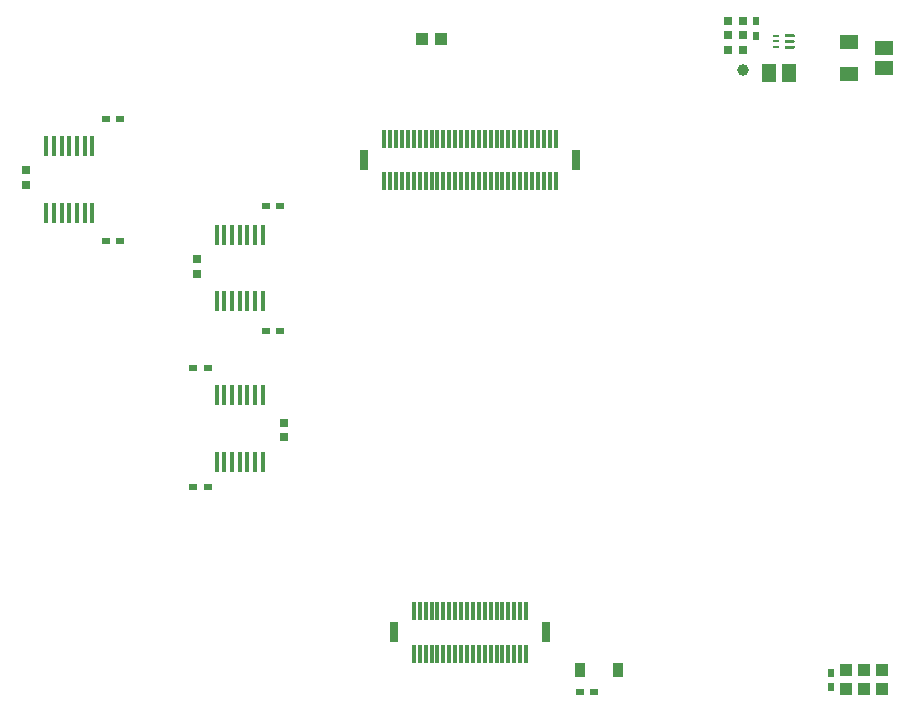
<source format=gbr>
G04 Layer_Color=128*
%FSLAX45Y45*%
%MOMM*%
%TF.FileFunction,Paste,Bot*%
%TF.Part,Single*%
G01*
G75*
%TA.AperFunction,SMDPad,CuDef*%
%ADD13R,0.80000X0.60000*%
%ADD14C,1.00000*%
%ADD22R,0.35560X1.67640*%
%ADD23R,0.95000X1.22000*%
%ADD24R,0.70000X0.80000*%
%ADD25R,1.50000X1.20000*%
%ADD27R,0.60000X0.25000*%
%ADD28R,0.30000X1.60000*%
%ADD29R,0.80000X1.80000*%
%ADD30R,1.30000X1.50000*%
%ADD31R,1.00000X1.00000*%
%ADD32R,0.60000X0.80000*%
%TA.AperFunction,ConnectorPad*%
%ADD33R,0.80000X0.60000*%
%TA.AperFunction,SMDPad,CuDef*%
%ADD34R,1.00000X1.00000*%
%ADD35R,0.80000X0.70000*%
%ADD36R,1.50000X1.30000*%
G36*
X3324795Y4912204D02*
X3325733Y4911919D01*
X3326598Y4911457D01*
X3327355Y4910835D01*
X3327977Y4910078D01*
X3328439Y4909213D01*
X3328724Y4908275D01*
X3328820Y4907300D01*
Y4897300D01*
X3328724Y4896324D01*
X3328439Y4895386D01*
X3327977Y4894522D01*
X3327355Y4893764D01*
X3326598Y4893143D01*
X3325733Y4892680D01*
X3324795Y4892396D01*
X3323820Y4892300D01*
X3248820D01*
X3247844Y4892396D01*
X3246906Y4892680D01*
X3246042Y4893143D01*
X3245284Y4893764D01*
X3244663Y4894522D01*
X3244200Y4895386D01*
X3243916Y4896324D01*
X3243820Y4897300D01*
Y4907300D01*
X3243916Y4908275D01*
X3244200Y4909213D01*
X3244663Y4910078D01*
X3245284Y4910835D01*
X3246042Y4911457D01*
X3246906Y4911919D01*
X3247844Y4912204D01*
X3248820Y4912300D01*
X3323820D01*
X3324795Y4912204D01*
D02*
G37*
G36*
Y4862204D02*
X3325733Y4861919D01*
X3326598Y4861457D01*
X3327355Y4860836D01*
X3327977Y4860078D01*
X3328439Y4859213D01*
X3328724Y4858275D01*
X3328820Y4857300D01*
Y4847300D01*
X3328724Y4846325D01*
X3328439Y4845387D01*
X3327977Y4844522D01*
X3327355Y4843764D01*
X3326598Y4843143D01*
X3325733Y4842680D01*
X3324795Y4842396D01*
X3323820Y4842300D01*
X3248820D01*
X3247844Y4842396D01*
X3246906Y4842680D01*
X3246042Y4843143D01*
X3245284Y4843764D01*
X3244663Y4844522D01*
X3244200Y4845387D01*
X3243916Y4846325D01*
X3243820Y4847300D01*
Y4857300D01*
X3243916Y4858275D01*
X3244200Y4859213D01*
X3244663Y4860078D01*
X3245284Y4860836D01*
X3246042Y4861457D01*
X3246906Y4861919D01*
X3247844Y4862204D01*
X3248820Y4862300D01*
X3323820D01*
X3324795Y4862204D01*
D02*
G37*
G36*
Y4812204D02*
X3325733Y4811920D01*
X3326598Y4811457D01*
X3327355Y4810836D01*
X3327977Y4810078D01*
X3328439Y4809213D01*
X3328724Y4808275D01*
X3328820Y4807300D01*
Y4797300D01*
X3328724Y4796325D01*
X3328439Y4795387D01*
X3327977Y4794522D01*
X3327355Y4793764D01*
X3326598Y4793143D01*
X3325733Y4792681D01*
X3324795Y4792396D01*
X3323820Y4792300D01*
X3248820D01*
X3247844Y4792396D01*
X3246906Y4792681D01*
X3246042Y4793143D01*
X3245284Y4793764D01*
X3244663Y4794522D01*
X3244200Y4795387D01*
X3243916Y4796325D01*
X3243820Y4797300D01*
Y4807300D01*
X3243916Y4808275D01*
X3244200Y4809213D01*
X3244663Y4810078D01*
X3245284Y4810836D01*
X3246042Y4811457D01*
X3246906Y4811920D01*
X3247844Y4812204D01*
X3248820Y4812300D01*
X3323820D01*
X3324795Y4812204D01*
D02*
G37*
D13*
X-1641812Y1080400D02*
D03*
X-1761812Y1080400D02*
D03*
X-1641812Y2083700D02*
D03*
X-1761812Y2083700D02*
D03*
X-1145879Y3459110D02*
D03*
X-1025879Y3459110D02*
D03*
X-1145879Y2399900D02*
D03*
X-1025879D02*
D03*
X1630200Y-659500D02*
D03*
X1510200D02*
D03*
D14*
X2887500Y4611000D02*
D03*
D22*
X-1174300Y2652660D02*
D03*
X-1239300D02*
D03*
X-1304300D02*
D03*
X-1369300Y2652660D02*
D03*
X-1434300Y2652660D02*
D03*
X-1499300D02*
D03*
X-1564300D02*
D03*
Y3216540D02*
D03*
X-1499300D02*
D03*
X-1434300D02*
D03*
X-1369300Y3216540D02*
D03*
X-1304300Y3216540D02*
D03*
X-1239300D02*
D03*
X-1174300D02*
D03*
X-1564300Y1856040D02*
D03*
X-1499300D02*
D03*
X-1434300D02*
D03*
X-1369300Y1856040D02*
D03*
X-1304300Y1856040D02*
D03*
X-1239300D02*
D03*
X-1174300D02*
D03*
Y1292160D02*
D03*
X-1239300D02*
D03*
X-1304300D02*
D03*
X-1369300Y1292160D02*
D03*
X-1434300Y1292160D02*
D03*
X-1499300D02*
D03*
X-1564300D02*
D03*
X-2616300Y3401960D02*
D03*
X-2681300D02*
D03*
X-2746300D02*
D03*
X-2811300Y3401960D02*
D03*
X-2876300Y3401960D02*
D03*
X-2941300D02*
D03*
X-3006300D02*
D03*
Y3965840D02*
D03*
X-2941300D02*
D03*
X-2876300D02*
D03*
X-2811300Y3965840D02*
D03*
X-2746300Y3965840D02*
D03*
X-2681300D02*
D03*
X-2616300D02*
D03*
D23*
X1835300Y-469000D02*
D03*
X1508300D02*
D03*
D24*
X2891000Y5023100D02*
D03*
Y4903100D02*
D03*
X-995200Y1501400D02*
D03*
Y1621400D02*
D03*
X-3179600Y3759900D02*
D03*
Y3639900D02*
D03*
X-1731800Y3007300D02*
D03*
X-1731800Y2887300D02*
D03*
X2764000Y4903100D02*
D03*
Y5023100D02*
D03*
D25*
X3792700Y4577600D02*
D03*
Y4847600D02*
D03*
D27*
X3168820Y4902300D02*
D03*
Y4852300D02*
D03*
Y4802300D02*
D03*
D28*
X1304950Y4030000D02*
D03*
X1254950D02*
D03*
X1204950D02*
D03*
X1154950D02*
D03*
X1104950D02*
D03*
X1054950D02*
D03*
X1004950D02*
D03*
X954950D02*
D03*
X804950D02*
D03*
X754950D02*
D03*
X704950D02*
D03*
X654950D02*
D03*
X604950D02*
D03*
X554950D02*
D03*
X404950D02*
D03*
X354950D02*
D03*
X304950D02*
D03*
X254950D02*
D03*
X204950D02*
D03*
X154950D02*
D03*
X104950D02*
D03*
X54950D02*
D03*
X4950D02*
D03*
X-45050D02*
D03*
X-95050D02*
D03*
X1304950Y3670000D02*
D03*
X1254950D02*
D03*
X1204950D02*
D03*
X1154950D02*
D03*
X1104950D02*
D03*
X1054950D02*
D03*
X1004950D02*
D03*
X954950D02*
D03*
X904950D02*
D03*
X854950D02*
D03*
X804950D02*
D03*
X754950D02*
D03*
X704950D02*
D03*
X654950D02*
D03*
X604950D02*
D03*
X554950D02*
D03*
X504950D02*
D03*
X454950D02*
D03*
X404950D02*
D03*
X354950D02*
D03*
X304950D02*
D03*
X254950D02*
D03*
X204950D02*
D03*
X154950D02*
D03*
X104950D02*
D03*
X54950D02*
D03*
X4950D02*
D03*
X-45050D02*
D03*
X-95050D02*
D03*
X-145050D02*
D03*
Y4030000D02*
D03*
X904950D02*
D03*
X854950D02*
D03*
X504950D02*
D03*
X454950D02*
D03*
X105000Y30000D02*
D03*
Y-330000D02*
D03*
X155000D02*
D03*
X205000D02*
D03*
X255000D02*
D03*
X305000D02*
D03*
X355000D02*
D03*
X405000D02*
D03*
X455000D02*
D03*
X505000D02*
D03*
X555000D02*
D03*
X605000D02*
D03*
X655000D02*
D03*
X705000D02*
D03*
X755000D02*
D03*
X805000D02*
D03*
X855000D02*
D03*
X905000D02*
D03*
X955000D02*
D03*
X1005000D02*
D03*
X1055000D02*
D03*
X155000Y30000D02*
D03*
X205000D02*
D03*
X255000D02*
D03*
X305000D02*
D03*
X355000D02*
D03*
X405000D02*
D03*
X455000D02*
D03*
X505000D02*
D03*
X555000D02*
D03*
X605000D02*
D03*
X655000D02*
D03*
X705000D02*
D03*
X755000D02*
D03*
X805000D02*
D03*
X855000D02*
D03*
X905000D02*
D03*
X955000D02*
D03*
X1005000D02*
D03*
X1055000D02*
D03*
D29*
X-315050Y3850000D02*
D03*
X1474950D02*
D03*
X1225000Y-150000D02*
D03*
X-65000D02*
D03*
D30*
X3110800Y4585600D02*
D03*
X3280800D02*
D03*
D31*
X3767300Y-632240D02*
D03*
Y-472240D02*
D03*
X4068319Y-632240D02*
D03*
X4068319Y-472240D02*
D03*
X3919700Y-632240D02*
D03*
Y-472240D02*
D03*
D32*
X3640300Y-612240D02*
D03*
Y-492240D02*
D03*
X3005300Y4902300D02*
D03*
Y5022300D02*
D03*
D33*
X-2500300Y4199900D02*
D03*
X-2380300Y4199900D02*
D03*
X-2500300Y3163200D02*
D03*
X-2380300Y3163200D02*
D03*
D34*
X334950Y4873088D02*
D03*
X174950D02*
D03*
D35*
X2887500Y4776100D02*
D03*
X2767500D02*
D03*
D36*
X4084800Y4797600D02*
D03*
Y4627600D02*
D03*
%TF.MD5,ABED5163E604C6484849E677203A6025*%
M02*

</source>
